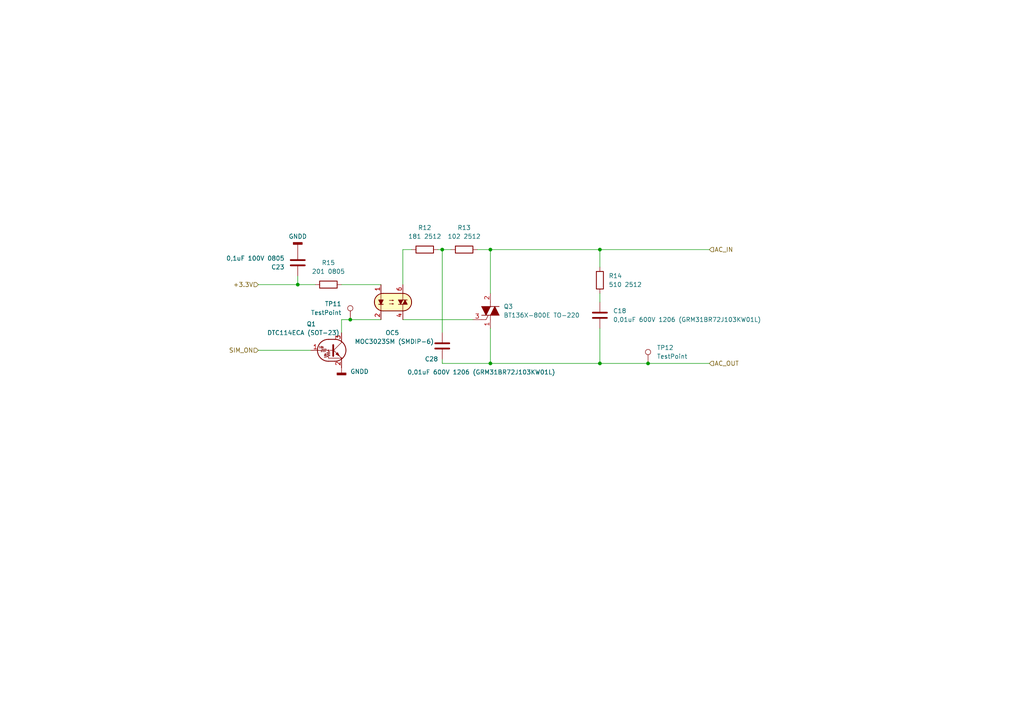
<source format=kicad_sch>
(kicad_sch (version 20230121) (generator eeschema)
  (paper "A4")
  (lib_symbols
    (symbol "Connector:TestPoint" (pin_numbers hide) (pin_names (offset 0.762) hide)
      (property "Reference" "TP" (at 0 6.858 0))
      (property "Value" "TestPoint" (at 0 5.08 0))
      (symbol "TestPoint_0_1"
        (circle (center 0 3.302) (radius 0.762))
      )
      (symbol "TestPoint_1_1"
        (pin passive line (at 0 0 90) (length 2.54) (name "1") (number "1"))
      )
    )
    (symbol "Device:C" (pin_numbers hide) (pin_names (offset 0.254))
      (property "Reference" "C" (at 0.635 2.54 0))
      (property "Value" "C" (at 0.635 -2.54 0))
      (symbol "C_0_1"
        (polyline (pts (xy -2.032 -0.762) (xy 2.032 -0.762)) (stroke (width 0.508)))
        (polyline (pts (xy -2.032 0.762) (xy 2.032 0.762)) (stroke (width 0.508)))
      )
      (symbol "C_1_1"
        (pin passive line (at 0 3.81 270) (length 2.794) (name "~") (number "1"))
        (pin passive line (at 0 -3.81 90) (length 2.794) (name "~") (number "2"))
      )
    )
    (symbol "Device:R" (pin_numbers hide) (pin_names (offset 0))
      (property "Reference" "R" (at 2.032 0 90))
      (property "Value" "R" (at 0 0 90))
      (symbol "R_0_1"
        (rectangle (start -1.016 -2.54) (end 1.016 2.54) (stroke (width 0.254)))
      )
      (symbol "R_1_1"
        (pin passive line (at 0 3.81 270) (length 1.27) (name "~") (number "1"))
        (pin passive line (at 0 -3.81 90) (length 1.27) (name "~") (number "2"))
      )
    )
    (symbol "PCM_Optocoupler_Triac_AKL:MOC3021M" (pin_names (offset 1.016))
      (property "Reference" "OC" (at 7.62 1.27 0))
      (property "Value" "MOC3021M" (at 7.62 -1.27 0))
      (symbol "MOC3021M_0_1"
        (arc (start -1.9275 2.54) (mid -4.4451 0) (end -1.9275 -2.54) (stroke (width 0.254)))
        (polyline (pts (xy -3.175 -0.635) (xy -1.905 -0.635)) (stroke (width 0.254)))
        (polyline (pts (xy -1.905 2.54) (xy 3.81 2.54)) (stroke (width 0.254)))
        (polyline (pts (xy 3.81 -2.54) (xy -1.905 -2.54)) (stroke (width 0.254)))
        (polyline (pts (xy 3.81 -0.635) (xy 3.81 -2.54)) (stroke (width 0.1524)))
        (polyline (pts (xy 3.81 2.54) (xy 3.81 0.635)) (stroke (width 0.1524)))
        (polyline (pts (xy -2.54 -2.54) (xy -2.54 -1.27) (xy -2.54 2.54)) (stroke (width 0.1524)))
        (polyline (pts (xy -2.54 -0.635) (xy -3.175 0.635) (xy -1.905 0.635) (xy -2.54 -0.635)) (stroke (width 0.254)) (fill (type outline)))
        (polyline (pts (xy -0.127 -0.508) (xy 1.143 -0.508) (xy 0.762 -0.635) (xy 0.762 -0.381) (xy 1.143 -0.508)))
        (polyline (pts (xy -0.127 0.508) (xy 1.143 0.508) (xy 0.762 0.381) (xy 0.762 0.635) (xy 1.143 0.508)))
        (polyline (pts (xy -1.27 2.54) (xy 3.937 2.54) (xy 4.699 2.413) (xy 5.08 2.159) (xy 5.461 1.905) (xy 5.969 1.397) (xy 6.223 0.635) (xy 6.35 0) (xy 6.223 -0.762) (xy 5.842 -1.524) (xy 5.207 -2.159) (xy 4.191 -2.54) (xy -2.54 -2.54) (xy -2.54 -2.54) (xy -3.302 -2.032) (xy -3.81 -1.778) (xy -4.318 -0.508) (xy -4.318 0.254) (xy -4.318 1.016) (xy -3.81 1.778) (xy -3.048 2.286) (xy -2.286 2.54) (xy -1.27 2.54)) (stroke (width 0.01)) (fill (type background)))
        (arc (start 3.8325 -2.54) (mid 6.3501 0) (end 3.8325 2.54) (stroke (width 0.254)))
      )
      (symbol "MOC3021M_1_1"
        (polyline (pts (xy 2.54 -0.635) (xy 5.08 -0.635)) (stroke (width 0.2032)))
        (polyline (pts (xy 2.54 0.635) (xy 5.08 0.635)) (stroke (width 0.2032)))
        (polyline (pts (xy 2.54 0.635) (xy 3.175 -0.635) (xy 3.81 0.635)) (stroke (width 0.2032)) (fill (type outline)))
        (polyline (pts (xy 3.81 -0.635) (xy 4.445 0.635) (xy 5.08 -0.635)) (stroke (width 0.2032)) (fill (type outline)))
        (pin passive line (at -2.54 5.08 270) (length 2.54) (name "~") (number "1"))
        (pin passive line (at -2.54 -5.08 90) (length 2.54) (name "~") (number "2"))
        (pin no_connect line (at -1.27 0 0) (length 2.54) hide (name "NC") (number "3"))
        (pin passive line (at 3.81 -5.08 90) (length 2.54) (name "~") (number "4"))
        (pin no_connect line (at 3.81 0 180) (length 2.54) hide (name "NC") (number "5"))
        (pin passive line (at 3.81 5.08 270) (length 2.54) (name "~") (number "6"))
      )
    )
    (symbol "PCM_Triac_AKL:BT136X-800E" (pin_names (offset 0.002) hide)
      (property "Reference" "Q" (at 3.175 0.635 0))
      (property "Value" "BT136X-800E" (at 3.175 -1.27 0))
      (symbol "BT136X-800E_0_1"
        (polyline (pts (xy -2.54 -2.54) (xy -1.27 -2.54)) (stroke (width 0.1524)))
        (polyline (pts (xy -2.54 -1.27) (xy 2.54 -1.27)) (stroke (width 0.2032)))
        (polyline (pts (xy -2.54 1.27) (xy 2.54 1.27)) (stroke (width 0.2032)))
        (polyline (pts (xy -1.27 -2.54) (xy -0.635 -1.27)))
        (polyline (pts (xy 0 -2.54) (xy 0 -1.27)) (stroke (width 0.1524)))
        (polyline (pts (xy 0 2.54) (xy 0 1.27)) (stroke (width 0.1524)))
        (polyline (pts (xy -2.54 1.27) (xy -1.27 -1.27) (xy 0 1.27)) (stroke (width 0.2032)) (fill (type outline)))
        (polyline (pts (xy 0 -1.27) (xy 1.27 1.27) (xy 2.54 -1.27)) (stroke (width 0.2032)) (fill (type outline)))
      )
      (symbol "BT136X-800E_1_1"
        (pin passive line (at 0 -5.08 90) (length 2.54) (name "A1") (number "1"))
        (pin passive line (at 0 5.08 270) (length 2.54) (name "A2") (number "2"))
        (pin input line (at -5.08 -2.54 0) (length 2.54) (name "G") (number "3"))
      )
    )
    (symbol "Transistor_BJT:DTC114E" (pin_names (offset 0) hide)
      (property "Reference" "Q" (at 5.08 1.905 0))
      (property "Value" "DTC114E" (at 5.08 0 0))
      (symbol "DTC114E_0_0"
        (text "10k" (at -3.302 0.889 0) (effects (font (size 0.508 0.508))))
        (text "10k" (at -2.159 -1.524 900) (effects (font (size 0.508 0.508))))
      )
      (symbol "DTC114E_0_1"
        (circle (center -1.27 0) (radius 0.127))
        (arc (start -1.27 3.175) (mid -4.4312 0) (end -1.27 -3.175) (stroke (width 0.254)))
        (polyline (pts (xy -3.429 0) (xy -3.81 0)))
        (polyline (pts (xy -1.27 -3.175) (xy 0.635 -3.175)) (stroke (width 0.254)))
        (polyline (pts (xy -1.27 3.175) (xy 0.635 3.175)) (stroke (width 0.254)))
        (polyline (pts (xy 0 -0.254) (xy 2.54 2.286)))
        (polyline (pts (xy 0.127 1.524) (xy 0.127 -1.651)) (stroke (width 0.508)) (fill (type outline)))
        (polyline (pts (xy 2.54 2.286) (xy 2.54 2.54)))
        (polyline (pts (xy 2.54 -2.286) (xy 0 0.254) (xy 0 0.254)))
        (polyline (pts (xy 0.889 -1.143) (xy 1.397 -0.635) (xy 1.905 -1.651) (xy 0.889 -1.143)) (fill (type outline)))
        (polyline (pts (xy 0 0) (xy -1.905 0) (xy -2.032 0.508) (xy -2.286 -0.508) (xy -2.54 0.508) (xy -2.794 -0.508) (xy -3.048 0.508) (xy -3.302 -0.508) (xy -3.429 0)))
        (polyline (pts (xy -1.27 0) (xy -1.27 -0.381) (xy -0.762 -0.508) (xy -1.778 -0.762) (xy -0.762 -1.016) (xy -1.778 -1.27) (xy -0.762 -1.524) (xy -1.778 -1.778) (xy -1.27 -1.905) (xy -1.27 -2.286) (xy 2.54 -2.286)))
        (arc (start 0.635 -3.175) (mid 3.7962 0) (end 0.635 3.175) (stroke (width 0.254)))
        (circle (center 2.54 -2.286) (radius 0.127))
      )
      (symbol "DTC114E_1_1"
        (pin input line (at -6.35 0 0) (length 2.54) (name "B") (number "1"))
        (pin passive line (at 2.54 -5.08 90) (length 2.54) (name "E") (number "2"))
        (pin passive line (at 2.54 5.08 270) (length 2.54) (name "C") (number "3"))
      )
    )
    (symbol "power:GNDD" (power) (pin_numbers hide) (pin_names (offset 0) hide)
      (property "Value" "GNDD" (at 0 -3.175 0))
      (symbol "GNDD_0_1"
        (rectangle (start -1.27 -1.524) (end 1.27 -2.032) (stroke (width 0.254)) (fill (type outline)))
        (polyline (pts (xy 0 0) (xy 0 -1.524)))
      )
      (symbol "GNDD_1_1"
        (pin power_in line (at 0 0 270) (length 0) hide (name "GNDD") (number "1"))
      )
    )
  )
  (junction (at 142.24 105.41))
  (junction (at 173.99 105.41))
  (junction (at 101.6 92.71))
  (junction (at 187.96 105.41))
  (junction (at 128.27 72.39))
  (junction (at 142.24 72.39))
  (junction (at 173.99 72.39))
  (junction (at 86.36 82.55))
  (wire (pts (xy 173.99 72.39) (xy 205.74 72.39)))
  (wire (pts (xy 99.06 82.55) (xy 110.49 82.55)))
  (wire (pts (xy 116.84 82.55) (xy 116.84 72.39)))
  (wire (pts (xy 128.27 104.14) (xy 128.27 105.41)))
  (wire (pts (xy 142.24 72.39) (xy 142.24 85.09)))
  (wire (pts (xy 99.06 96.52) (xy 99.06 92.71)))
  (wire (pts (xy 86.36 82.55) (xy 74.93 82.55)))
  (wire (pts (xy 91.44 82.55) (xy 86.36 82.55)))
  (wire (pts (xy 74.93 101.6) (xy 90.17 101.6)))
  (wire (pts (xy 142.24 95.25) (xy 142.24 105.41)))
  (wire (pts (xy 86.36 80.01) (xy 86.36 82.55)))
  (wire (pts (xy 99.06 92.71) (xy 101.6 92.71)))
  (wire (pts (xy 116.84 92.71) (xy 137.16 92.71)))
  (wire (pts (xy 101.6 92.71) (xy 110.49 92.71)))
  (wire (pts (xy 173.99 105.41) (xy 187.96 105.41)))
  (wire (pts (xy 142.24 72.39) (xy 173.99 72.39)))
  (wire (pts (xy 116.84 72.39) (xy 119.38 72.39)))
  (wire (pts (xy 142.24 105.41) (xy 173.99 105.41)))
  (wire (pts (xy 128.27 72.39) (xy 128.27 96.52)))
  (wire (pts (xy 173.99 72.39) (xy 173.99 77.47)))
  (wire (pts (xy 173.99 85.09) (xy 173.99 87.63)))
  (wire (pts (xy 128.27 105.41) (xy 142.24 105.41)))
  (wire (pts (xy 127 72.39) (xy 128.27 72.39)))
  (wire (pts (xy 173.99 95.25) (xy 173.99 105.41)))
  (wire (pts (xy 128.27 72.39) (xy 130.81 72.39)))
  (wire (pts (xy 187.96 105.41) (xy 205.74 105.41)))
  (wire (pts (xy 138.43 72.39) (xy 142.24 72.39)))
  (hierarchical_label "AC_IN" (shape input) (at 205.74 72.39 0))
  (hierarchical_label "SIM_ON" (shape input) (at 74.93 101.6 180))
  (hierarchical_label "AC_OUT" (shape input) (at 205.74 105.41 0))
  (hierarchical_label "+3.3V" (shape input) (at 74.93 82.55 180))
  (symbol (lib_id "Device:C") (at 128.27 100.33 0) (unit 1)
    (property "Reference" "C28" (at 123.19 104.14 0) (effects (justify left)))
    (property "Value" "0,01uF 600V 1206 (GRM31BR72J103KW01L)" (at 118.11 107.95 0) (effects (justify left)))
    (property "Footprint" "Capacitor_SMD:C_1206_3216Metric_Pad1.33x1.80mm_HandSolder" (effects hide))
    (instances (project "Плата симистров" (path "" (reference "C28") (unit 1)) (path "" (reference "C19") (unit 1)) (path "" (reference "C22") (unit 1)) (path "" (reference "C25") (unit 1))) (project "Доп плата печи" (path "" (reference "C18") (unit 1)) (path "" (reference "C21") (unit 1))))
  )
  (symbol (lib_id "Device:R") (at 95.25 82.55 90) (unit 1)
    (property "Reference" "R15" (at 95.25 76.2 90))
    (property "Value" "201 0805" (at 95.25 78.74 90))
    (property "Footprint" "PCM_4ms_Resistor:R_0805_2012Metric" (effects hide))
    (instances (project "Плата симистров" (path "" (reference "R15") (unit 1)) (path "" (reference "R19") (unit 1)) (path "" (reference "R23") (unit 1)) (path "" (reference "R27") (unit 1))) (project "Доп плата печи" (path "" (reference "R12") (unit 1)) (path "" (reference "R16") (unit 1))))
  )
  (symbol (lib_id "Device:R") (at 173.99 81.28 180) (unit 1)
    (property "Reference" "R14" (at 176.53 80.01 0) (effects (justify right)))
    (property "Value" "510 2512" (at 176.53 82.55 0) (effects (justify right)))
    (property "Footprint" "PCM_4ms_Resistor:R_0805_2012Metric" (effects hide))
    (instances (project "Плата симистров" (path "" (reference "R14") (unit 1)) (path "" (reference "R18") (unit 1)) (path "" (reference "R22") (unit 1)) (path "" (reference "R26") (unit 1))) (project "Доп плата печи" (path "" (reference "R11") (unit 1)) (path "" (reference "R15") (unit 1))))
  )
  (symbol (lib_id "Device:C") (at 86.36 76.2 180) (unit 1)
    (property "Reference" "C23" (at 82.55 77.47 0) (effects (justify left)))
    (property "Value" "0,1uF 100V 0805" (at 82.55 74.93 0) (effects (justify left)))
    (property "Footprint" "Capacitor_SMD:C_0805_2012Metric_Pad1.18x1.45mm_HandSolder" (effects hide))
    (instances (project "Плата симистров" (path "" (reference "C23") (unit 1)) (path "" (reference "C17") (unit 1)) (path "" (reference "C20") (unit 1)) (path "" (reference "C23") (unit 1)) (path "" (reference "C26") (unit 1))) (project "Доп плата печи" (path "" (reference "C16") (unit 1)) (path "" (reference "C19") (unit 1))))
  )
  (symbol (lib_id "Connector:TestPoint") (at 101.6 92.71 0) (mirror y) (unit 1)
    (property "Reference" "TP11" (at 99.06 88.138 0) (effects (justify left)))
    (property "Value" "TestPoint" (at 99.06 90.678 0) (effects (justify left)))
    (property "Footprint" "PCM_4ms_TestPoint:TestPoint_D1" (effects hide))
    (instances (project "Плата симистров" (path "" (reference "TP11") (unit 1)) (path "" (reference "TP13") (unit 1)) (path "" (reference "TP15") (unit 1)) (path "" (reference "TP17") (unit 1))) (project "Плата внешних шаговых двигателей" (path "" (reference "TP21") (unit 1)) (path "" (reference "TP5") (unit 1))) (project "Доп плата печи" (path "" (reference "TP1") (unit 1)) (path "" (reference "TP3") (unit 1))))
  )
  (symbol (lib_id "Connector:TestPoint") (at 187.96 105.41 0) (unit 1)
    (property "Reference" "TP12" (at 190.5 100.838 0) (effects (justify left)))
    (property "Value" "TestPoint" (at 190.5 103.378 0) (effects (justify left)))
    (property "Footprint" "PCM_4ms_TestPoint:TestPoint_D1" (effects hide))
    (instances (project "Плата симистров" (path "" (reference "TP12") (unit 1)) (path "" (reference "TP14") (unit 1)) (path "" (reference "TP16") (unit 1)) (path "" (reference "TP18") (unit 1))) (project "Плата внешних шаговых двигателей" (path "" (reference "TP21") (unit 1)) (path "" (reference "TP5") (unit 1))) (project "Доп плата печи" (path "" (reference "TP2") (unit 1)) (path "" (reference "TP4") (unit 1))))
  )
  (symbol (lib_id "Transistor_BJT:DTC114E") (at 96.52 101.6 0) (unit 1)
    (property "Reference" "Q1" (at 88.9 93.98 0) (effects (justify left)))
    (property "Value" "DTC114ECA (SOT-23)" (at 77.47 96.52 0) (effects (justify left)))
    (property "Footprint" "Package_TO_SOT_SMD:SOT-23" (effects hide))
    (instances (project "Плата симистров" (path "" (reference "Q1") (unit 1)) (path "" (reference "Q4") (unit 1)) (path "" (reference "Q6") (unit 1)) (path "" (reference "Q8") (unit 1)) (path "" (reference "Q10") (unit 1))) (project "Плата внешних шаговых двигателей" (path "" (reference "Q4") (unit 1))) (project "Доп плата печи" (path "" (reference "Q5") (unit 1)) (path "" (reference "Q6") (unit 1))))
  )
  (symbol (lib_id "Device:C") (at 173.99 91.44 0) (unit 1)
    (property "Reference" "C18" (at 177.8 90.17 0) (effects (justify left)))
    (property "Value" "0,01uF 600V 1206 (GRM31BR72J103KW01L)" (at 177.8 92.71 0) (effects (justify left)))
    (property "Footprint" "Capacitor_SMD:C_1206_3216Metric_Pad1.33x1.80mm_HandSolder" (effects hide))
    (instances (project "Плата симистров" (path "" (reference "C18") (unit 1)) (path "" (reference "C21") (unit 1)) (path "" (reference "C24") (unit 1)) (path "" (reference "C27") (unit 1))) (project "Доп плата печи" (path "" (reference "C17") (unit 1)) (path "" (reference "C20") (unit 1))))
  )
  (symbol (lib_id "Device:R") (at 123.19 72.39 270) (unit 1)
    (property "Reference" "R12" (at 123.19 66.04 90))
    (property "Value" "181 2512" (at 123.19 68.58 90))
    (property "Footprint" "PCM_4ms_Resistor:R_0805_2012Metric" (effects hide))
    (instances (project "Плата симистров" (path "" (reference "R12") (unit 1)) (path "" (reference "R16") (unit 1)) (path "" (reference "R20") (unit 1)) (path "" (reference "R24") (unit 1))) (project "Доп плата печи" (path "" (reference "R9") (unit 1)) (path "" (reference "R13") (unit 1))))
  )
  (symbol (lib_id "Device:R") (at 134.62 72.39 270) (unit 1)
    (property "Reference" "R13" (at 134.62 66.04 90))
    (property "Value" "102 2512" (at 134.62 68.58 90))
    (property "Footprint" "PCM_4ms_Resistor:R_0805_2012Metric" (effects hide))
    (instances (project "Плата симистров" (path "" (reference "R13") (unit 1)) (path "" (reference "R17") (unit 1)) (path "" (reference "R21") (unit 1)) (path "" (reference "R25") (unit 1))) (project "Доп плата печи" (path "" (reference "R10") (unit 1)) (path "" (reference "R14") (unit 1))))
  )
  (symbol (lib_id "power:GNDD") (at 99.06 106.68 0) (unit 1)
    (property "Reference" "#PWR021" (effects hide))
    (property "Value" "GNDD" (at 101.6 107.7595 0) (effects (justify left)))
    (instances (project "Плата симистров" (path "" (reference "#PWR021") (unit 1)) (path "" (reference "#PWR036") (unit 1)) (path "" (reference "#PWR037") (unit 1)) (path "" (reference "#PWR038") (unit 1)) (path "" (reference "#PWR039") (unit 1))) (project "Плата внешних шаговых двигателей" (path "" (reference "#PWR014") (unit 1))) (project "Доп плата печи" (path "" (reference "#PWR037") (unit 1)) (path "" (reference "#PWR039") (unit 1))))
  )
  (symbol (lib_id "power:GNDD") (at 86.36 72.39 180) (unit 1)
    (property "Reference" "#PWR049" (effects hide))
    (property "Value" "GNDD" (at 86.36 68.58 0))
    (instances (project "Плата симистров" (path "" (reference "#PWR049") (unit 1)) (path "" (reference "#PWR052") (unit 1)) (path "" (reference "#PWR053") (unit 1)) (path "" (reference "#PWR054") (unit 1)) (path "" (reference "#PWR055") (unit 1))) (project "Доп плата печи" (path "" (reference "#PWR036") (unit 1)) (path "" (reference "#PWR038") (unit 1))))
  )
  (symbol (lib_id "PCM_Triac_AKL:BT136X-800E") (at 142.24 90.17 0) (unit 1)
    (property "Reference" "Q3" (at 146.05 88.9 0) (effects (justify left)))
    (property "Value" "BT136X-800E TO-220" (at 146.05 91.44 0) (effects (justify left)))
    (property "Footprint" "Package_TO_SOT_THT:TO-220-3_Horizontal_TabDown" (effects hide))
    (property "Datasheet" "https://www.tme.eu/Document/8448a13c031e8e6c7b7cf9e4d314df0a/BT136X-800E.pdf" (effects hide))
    (instances (project "Доп плата печи" (path "" (reference "Q3") (unit 1)) (path "" (reference "Q3") (unit 1)) (path "" (reference "Q4") (unit 1))))
  )
  (symbol (lib_id "PCM_Optocoupler_Triac_AKL:MOC3021M") (at 113.03 87.63 0) (unit 1)
    (property "Reference" "OC5" (at 111.76 96.52 0) (effects (justify left)))
    (property "Value" "MOC3023SM (SMDIP-6)" (at 102.87 99.06 0) (effects (justify left)))
    (property "Footprint" "Package_DIP:SMDIP-6_W9.53mm" (effects hide))
    (property "Datasheet" "https://www.tme.eu/Document/4c07e045ed4ac191018a957800b78b20/MOC3023M.pdf" (effects hide))
    (instances (project "Плата симистров" (path "" (reference "OC5") (unit 1)) (path "" (reference "OC2") (unit 1)) (path "" (reference "OC3") (unit 1)) (path "" (reference "OC4") (unit 1))) (project "Доп плата печи" (path "" (reference "OC1") (unit 1)) (path "" (reference "OC2") (unit 1))))
  )
)
</source>
